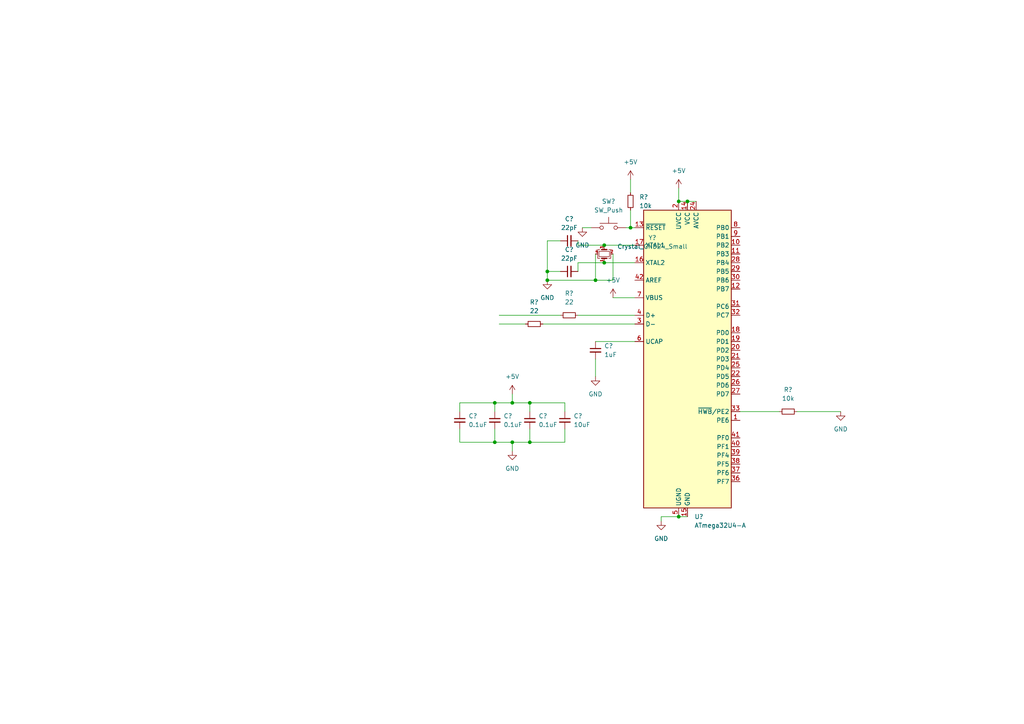
<source format=kicad_sch>
(kicad_sch (version 20211123) (generator eeschema)
  (paper "A4")
  (lib_symbols
    (symbol "Device:C_Small" (pin_numbers hide) (pin_names (offset 0.254) hide)
      (property "Reference" "C" (at 0.254 1.778 0))
      (property "Value" "C_Small" (at 0.254 -2.032 0))
      (symbol "C_Small_0_1"
        (polyline (pts (xy -1.524 -0.508) (xy 1.524 -0.508)) (stroke (width 0.3302)))
        (polyline (pts (xy -1.524 0.508) (xy 1.524 0.508)) (stroke (width 0.3048)))
      )
      (symbol "C_Small_1_1"
        (pin passive line (at 0 2.54 270) (length 2.032) (name "~") (number "1"))
        (pin passive line (at 0 -2.54 90) (length 2.032) (name "~") (number "2"))
      )
    )
    (symbol "Device:Crystal_GND24_Small" (pin_names (offset 1.016) hide)
      (property "Reference" "Y" (at 1.27 4.445 0))
      (property "Value" "Crystal_GND24_Small" (at 1.27 2.54 0))
      (symbol "Crystal_GND24_Small_0_1"
        (rectangle (start -0.762 -1.524) (end 0.762 1.524))
        (polyline (pts (xy -1.27 -0.762) (xy -1.27 0.762)) (stroke (width 0.381)))
        (polyline (pts (xy 1.27 -0.762) (xy 1.27 0.762)) (stroke (width 0.381)))
        (polyline (pts (xy -1.27 -1.27) (xy -1.27 -1.905) (xy 1.27 -1.905) (xy 1.27 -1.27)))
        (polyline (pts (xy -1.27 1.27) (xy -1.27 1.905) (xy 1.27 1.905) (xy 1.27 1.27)))
      )
      (symbol "Crystal_GND24_Small_1_1"
        (pin passive line (at -2.54 0 0) (length 1.27) (name "1") (number "1"))
        (pin passive line (at 0 -2.54 90) (length 0.635) (name "2") (number "2"))
        (pin passive line (at 2.54 0 180) (length 1.27) (name "3") (number "3"))
        (pin passive line (at 0 2.54 270) (length 0.635) (name "4") (number "4"))
      )
    )
    (symbol "Device:R_Small" (pin_numbers hide) (pin_names (offset 0.254) hide)
      (property "Reference" "R" (at 0.762 0.508 0))
      (property "Value" "R_Small" (at 0.762 -1.016 0))
      (symbol "R_Small_0_1"
        (rectangle (start -0.762 1.778) (end 0.762 -1.778) (stroke (width 0.2032)))
      )
      (symbol "R_Small_1_1"
        (pin passive line (at 0 2.54 270) (length 0.762) (name "~") (number "1"))
        (pin passive line (at 0 -2.54 90) (length 0.762) (name "~") (number "2"))
      )
    )
    (symbol "MCU_Microchip_ATmega:ATmega32U4-A"
      (property "Reference" "U" (at -12.7 44.45 0))
      (property "Value" "ATmega32U4-A" (at 2.54 -44.45 0))
      (symbol "ATmega32U4-A_0_1"
        (rectangle (start -12.7 -43.18) (end 12.7 43.18) (stroke (width 0.254)) (fill (type background)))
      )
      (symbol "ATmega32U4-A_1_1"
        (pin bidirectional line (at 15.24 -17.78 180) (length 2.54) (name "PE6") (number "1"))
        (pin bidirectional line (at 15.24 33.02 180) (length 2.54) (name "PB2") (number "10"))
        (pin bidirectional line (at 15.24 30.48 180) (length 2.54) (name "PB3") (number "11"))
        (pin bidirectional line (at 15.24 20.32 180) (length 2.54) (name "PB7") (number "12"))
        (pin input line (at -15.24 38.1 0) (length 2.54) (name "~{RESET}") (number "13"))
        (pin power_in line (at 0 45.72 270) (length 2.54) (name "VCC") (number "14"))
        (pin power_in line (at 0 -45.72 90) (length 2.54) (name "GND") (number "15"))
        (pin output line (at -15.24 27.94 0) (length 2.54) (name "XTAL2") (number "16"))
        (pin input line (at -15.24 33.02 0) (length 2.54) (name "XTAL1") (number "17"))
        (pin bidirectional line (at 15.24 7.62 180) (length 2.54) (name "PD0") (number "18"))
        (pin bidirectional line (at 15.24 5.08 180) (length 2.54) (name "PD1") (number "19"))
        (pin power_in line (at -2.54 45.72 270) (length 2.54) (name "UVCC") (number "2"))
        (pin bidirectional line (at 15.24 2.54 180) (length 2.54) (name "PD2") (number "20"))
        (pin bidirectional line (at 15.24 0 180) (length 2.54) (name "PD3") (number "21"))
        (pin bidirectional line (at 15.24 -5.08 180) (length 2.54) (name "PD5") (number "22"))
        (pin passive line (at 0 -45.72 90) (length 2.54) hide (name "GND") (number "23"))
        (pin power_in line (at 2.54 45.72 270) (length 2.54) (name "AVCC") (number "24"))
        (pin bidirectional line (at 15.24 -2.54 180) (length 2.54) (name "PD4") (number "25"))
        (pin bidirectional line (at 15.24 -7.62 180) (length 2.54) (name "PD6") (number "26"))
        (pin bidirectional line (at 15.24 -10.16 180) (length 2.54) (name "PD7") (number "27"))
        (pin bidirectional line (at 15.24 27.94 180) (length 2.54) (name "PB4") (number "28"))
        (pin bidirectional line (at 15.24 25.4 180) (length 2.54) (name "PB5") (number "29"))
        (pin bidirectional line (at -15.24 10.16 0) (length 2.54) (name "D-") (number "3"))
        (pin bidirectional line (at 15.24 22.86 180) (length 2.54) (name "PB6") (number "30"))
        (pin bidirectional line (at 15.24 15.24 180) (length 2.54) (name "PC6") (number "31"))
        (pin bidirectional line (at 15.24 12.7 180) (length 2.54) (name "PC7") (number "32"))
        (pin bidirectional line (at 15.24 -15.24 180) (length 2.54) (name "~{HWB}/PE2") (number "33"))
        (pin passive line (at 0 45.72 270) (length 2.54) hide (name "VCC") (number "34"))
        (pin passive line (at 0 -45.72 90) (length 2.54) hide (name "GND") (number "35"))
        (pin bidirectional line (at 15.24 -35.56 180) (length 2.54) (name "PF7") (number "36"))
        (pin bidirectional line (at 15.24 -33.02 180) (length 2.54) (name "PF6") (number "37"))
        (pin bidirectional line (at 15.24 -30.48 180) (length 2.54) (name "PF5") (number "38"))
        (pin bidirectional line (at 15.24 -27.94 180) (length 2.54) (name "PF4") (number "39"))
        (pin bidirectional line (at -15.24 12.7 0) (length 2.54) (name "D+") (number "4"))
        (pin bidirectional line (at 15.24 -25.4 180) (length 2.54) (name "PF1") (number "40"))
        (pin bidirectional line (at 15.24 -22.86 180) (length 2.54) (name "PF0") (number "41"))
        (pin passive line (at -15.24 22.86 0) (length 2.54) (name "AREF") (number "42"))
        (pin passive line (at 0 -45.72 90) (length 2.54) hide (name "GND") (number "43"))
        (pin passive line (at 2.54 45.72 270) (length 2.54) hide (name "AVCC") (number "44"))
        (pin passive line (at -2.54 -45.72 90) (length 2.54) (name "UGND") (number "5"))
        (pin passive line (at -15.24 5.08 0) (length 2.54) (name "UCAP") (number "6"))
        (pin input line (at -15.24 17.78 0) (length 2.54) (name "VBUS") (number "7"))
        (pin bidirectional line (at 15.24 38.1 180) (length 2.54) (name "PB0") (number "8"))
        (pin bidirectional line (at 15.24 35.56 180) (length 2.54) (name "PB1") (number "9"))
      )
    )
    (symbol "Switch:SW_Push" (pin_numbers hide) (pin_names (offset 1.016) hide)
      (property "Reference" "SW" (at 1.27 2.54 0))
      (property "Value" "SW_Push" (at 0 -1.524 0))
      (symbol "SW_Push_0_1"
        (circle (center -2.032 0) (radius 0.508))
        (polyline (pts (xy 0 1.27) (xy 0 3.048)))
        (polyline (pts (xy 2.54 1.27) (xy -2.54 1.27)))
        (circle (center 2.032 0) (radius 0.508))
        (pin passive line (at -5.08 0 0) (length 2.54) (name "1") (number "1"))
        (pin passive line (at 5.08 0 180) (length 2.54) (name "2") (number "2"))
      )
    )
    (symbol "power:+5V" (power) (pin_names (offset 0))
      (property "Value" "+5V" (at 0 3.556 0))
      (symbol "+5V_0_1"
        (polyline (pts (xy -0.762 1.27) (xy 0 2.54)))
        (polyline (pts (xy 0 0) (xy 0 2.54)))
        (polyline (pts (xy 0 2.54) (xy 0.762 1.27)))
      )
      (symbol "+5V_1_1"
        (pin power_in line (at 0 0 90) (length 0) hide (name "+5V") (number "1"))
      )
    )
    (symbol "power:GND" (power) (pin_names (offset 0))
      (property "Value" "GND" (at 0 -3.81 0))
      (symbol "GND_0_1"
        (polyline (pts (xy 0 0) (xy 0 -1.27) (xy 1.27 -1.27) (xy 0 -2.54) (xy -1.27 -1.27) (xy 0 -1.27)))
      )
      (symbol "GND_1_1"
        (pin power_in line (at 0 0 270) (length 0) hide (name "GND") (number "1"))
      )
    )
  )
  (junction (at 148.59 116.84))
  (junction (at 158.75 81.28))
  (junction (at 172.72 81.28))
  (junction (at 175.26 71.12))
  (junction (at 158.75 78.74))
  (junction (at 196.85 149.86))
  (junction (at 143.51 128.27))
  (junction (at 148.59 128.27))
  (junction (at 175.26 76.2))
  (junction (at 143.51 116.84))
  (junction (at 153.67 128.27))
  (junction (at 182.88 66.04))
  (junction (at 153.67 116.84))
  (junction (at 196.85 58.42))
  (junction (at 199.39 58.42))
  (wire (pts (xy 182.88 52.07) (xy 182.88 55.88)))
  (wire (pts (xy 153.67 128.27) (xy 163.83 128.27)))
  (wire (pts (xy 144.78 91.44) (xy 162.56 91.44)))
  (wire (pts (xy 143.51 119.38) (xy 143.51 116.84)))
  (wire (pts (xy 163.83 119.38) (xy 163.83 116.84)))
  (wire (pts (xy 199.39 58.42) (xy 201.93 58.42)))
  (wire (pts (xy 231.14 119.38) (xy 243.84 119.38)))
  (wire (pts (xy 214.63 119.38) (xy 226.06 119.38)))
  (wire (pts (xy 191.77 149.86) (xy 191.77 151.13)))
  (wire (pts (xy 148.59 116.84) (xy 153.67 116.84)))
  (wire (pts (xy 167.64 71.12) (xy 175.26 71.12)))
  (wire (pts (xy 196.85 149.86) (xy 199.39 149.86)))
  (wire (pts (xy 177.8 86.36) (xy 184.15 86.36)))
  (wire (pts (xy 196.85 58.42) (xy 199.39 58.42)))
  (wire (pts (xy 172.72 81.28) (xy 177.8 81.28)))
  (wire (pts (xy 167.64 91.44) (xy 184.15 91.44)))
  (wire (pts (xy 167.64 69.85) (xy 167.64 71.12)))
  (wire (pts (xy 133.35 128.27) (xy 143.51 128.27)))
  (wire (pts (xy 172.72 104.14) (xy 172.72 109.22)))
  (wire (pts (xy 175.26 71.12) (xy 184.15 71.12)))
  (wire (pts (xy 182.88 60.96) (xy 182.88 66.04)))
  (wire (pts (xy 148.59 128.27) (xy 153.67 128.27)))
  (wire (pts (xy 153.67 124.46) (xy 153.67 128.27)))
  (wire (pts (xy 163.83 124.46) (xy 163.83 128.27)))
  (wire (pts (xy 148.59 128.27) (xy 148.59 130.81)))
  (wire (pts (xy 181.61 66.04) (xy 182.88 66.04)))
  (wire (pts (xy 133.35 116.84) (xy 143.51 116.84)))
  (wire (pts (xy 172.72 99.06) (xy 184.15 99.06)))
  (wire (pts (xy 158.75 69.85) (xy 158.75 78.74)))
  (wire (pts (xy 182.88 66.04) (xy 184.15 66.04)))
  (wire (pts (xy 143.51 124.46) (xy 143.51 128.27)))
  (wire (pts (xy 196.85 149.86) (xy 191.77 149.86)))
  (wire (pts (xy 158.75 81.28) (xy 172.72 81.28)))
  (wire (pts (xy 148.59 114.3) (xy 148.59 116.84)))
  (wire (pts (xy 133.35 124.46) (xy 133.35 128.27)))
  (wire (pts (xy 157.48 93.98) (xy 184.15 93.98)))
  (wire (pts (xy 162.56 69.85) (xy 158.75 69.85)))
  (wire (pts (xy 175.26 76.2) (xy 184.15 76.2)))
  (wire (pts (xy 196.85 54.61) (xy 196.85 58.42)))
  (wire (pts (xy 167.64 76.2) (xy 175.26 76.2)))
  (wire (pts (xy 143.51 128.27) (xy 148.59 128.27)))
  (wire (pts (xy 144.78 93.98) (xy 152.4 93.98)))
  (wire (pts (xy 153.67 119.38) (xy 153.67 116.84)))
  (wire (pts (xy 177.8 73.66) (xy 177.8 81.28)))
  (wire (pts (xy 158.75 78.74) (xy 162.56 78.74)))
  (wire (pts (xy 172.72 73.66) (xy 172.72 81.28)))
  (wire (pts (xy 153.67 116.84) (xy 163.83 116.84)))
  (wire (pts (xy 158.75 78.74) (xy 158.75 81.28)))
  (wire (pts (xy 167.64 78.74) (xy 167.64 76.2)))
  (wire (pts (xy 168.91 66.04) (xy 171.45 66.04)))
  (wire (pts (xy 133.35 119.38) (xy 133.35 116.84)))
  (wire (pts (xy 143.51 116.84) (xy 148.59 116.84)))
  (symbol (lib_id "Device:R_Small") (at 182.88 58.42 0) (unit 1)
    (property "Reference" "R?" (at 185.42 57.1499 0) (effects (justify left)))
    (property "Value" "10k" (at 185.42 59.6899 0) (effects (justify left)))
  )
  (symbol (lib_id "MCU_Microchip_ATmega:ATmega32U4-A") (at 199.39 104.14 0) (unit 1)
    (property "Reference" "U?" (at 201.4094 149.86 0) (effects (justify left)))
    (property "Value" "ATmega32U4-A" (at 201.4094 152.4 0) (effects (justify left)))
    (property "Footprint" "Package_QFP:TQFP-44_10x10mm_P0.8mm" (effects hide))
    (property "Datasheet" "http://ww1.microchip.com/downloads/en/DeviceDoc/Atmel-7766-8-bit-AVR-ATmega16U4-32U4_Datasheet.pdf" (effects hide))
  )
  (symbol (lib_id "power:+5V") (at 196.85 54.61 0) (unit 1)
    (property "Reference" "#PWR?" (effects hide))
    (property "Value" "+5V" (at 196.85 49.53 0))
  )
  (symbol (lib_id "Device:C_Small") (at 172.72 101.6 0) (unit 1)
    (property "Reference" "C?" (at 175.26 100.3362 0) (effects (justify left)))
    (property "Value" "1uF" (at 175.26 102.8762 0) (effects (justify left)))
  )
  (symbol (lib_id "power:GND") (at 168.91 66.04 0) (unit 1)
    (property "Reference" "#PWR?" (effects hide))
    (property "Value" "GND" (at 168.91 71.12 0))
  )
  (symbol (lib_id "Device:C_Small") (at 133.35 121.92 0) (unit 1)
    (property "Reference" "C?" (at 135.89 120.6562 0) (effects (justify left)))
    (property "Value" "0.1uF" (at 135.89 123.1962 0) (effects (justify left)))
  )
  (symbol (lib_id "power:GND") (at 148.59 130.81 0) (unit 1)
    (property "Reference" "#PWR?" (effects hide))
    (property "Value" "GND" (at 148.59 135.89 0))
  )
  (symbol (lib_id "power:+5V") (at 148.59 114.3 0) (unit 1)
    (property "Reference" "#PWR?" (effects hide))
    (property "Value" "+5V" (at 148.59 109.22 0))
  )
  (symbol (lib_id "power:GND") (at 158.75 81.28 0) (unit 1)
    (property "Reference" "#PWR?" (effects hide))
    (property "Value" "GND" (at 158.75 86.36 0))
  )
  (symbol (lib_id "power:GND") (at 172.72 109.22 0) (unit 1)
    (property "Reference" "#PWR?" (effects hide))
    (property "Value" "GND" (at 172.72 114.3 0))
  )
  (symbol (lib_id "Device:C_Small") (at 165.1 69.85 90) (unit 1)
    (property "Reference" "C?" (at 165.1063 63.5 90))
    (property "Value" "22pF" (at 165.1063 66.04 90))
  )
  (symbol (lib_id "Device:R_Small") (at 154.94 93.98 90) (unit 1)
    (property "Reference" "R?" (at 154.94 87.63 90))
    (property "Value" "22" (at 154.94 90.17 90))
  )
  (symbol (lib_id "Device:C_Small") (at 143.51 121.92 0) (unit 1)
    (property "Reference" "C?" (at 146.05 120.6562 0) (effects (justify left)))
    (property "Value" "0.1uF" (at 146.05 123.1962 0) (effects (justify left)))
  )
  (symbol (lib_id "power:+5V") (at 182.88 52.07 0) (unit 1)
    (property "Reference" "#PWR?" (effects hide))
    (property "Value" "+5V" (at 182.88 46.99 0))
  )
  (symbol (lib_id "power:GND") (at 243.84 119.38 0) (unit 1)
    (property "Reference" "#PWR?" (effects hide))
    (property "Value" "GND" (at 243.84 124.46 0))
  )
  (symbol (lib_id "power:+5V") (at 177.8 86.36 0) (unit 1)
    (property "Reference" "#PWR?" (effects hide))
    (property "Value" "+5V" (at 177.8 81.28 0))
  )
  (symbol (lib_id "power:GND") (at 191.77 151.13 0) (unit 1)
    (property "Reference" "#PWR?" (effects hide))
    (property "Value" "GND" (at 191.77 156.21 0))
  )
  (symbol (lib_id "Device:R_Small") (at 228.6 119.38 90) (unit 1)
    (property "Reference" "R?" (at 228.6 113.03 90))
    (property "Value" "10k" (at 228.6 115.57 90))
  )
  (symbol (lib_id "Switch:SW_Push") (at 176.53 66.04 0) (unit 1)
    (property "Reference" "SW?" (at 176.53 58.42 0))
    (property "Value" "SW_Push" (at 176.53 60.96 0))
  )
  (symbol (lib_id "Device:C_Small") (at 165.1 78.74 90) (unit 1)
    (property "Reference" "C?" (at 165.1063 72.39 90))
    (property "Value" "22pF" (at 165.1063 74.93 90))
  )
  (symbol (lib_id "Device:C_Small") (at 163.83 121.92 0) (unit 1)
    (property "Reference" "C?" (at 166.37 120.6562 0) (effects (justify left)))
    (property "Value" "10uF" (at 166.37 123.1962 0) (effects (justify left)))
  )
  (symbol (lib_id "Device:Crystal_GND24_Small") (at 175.26 73.66 90) (unit 1)
    (property "Reference" "Y?" (at 189.23 68.961 90))
    (property "Value" "Crystal_GND24_Small" (at 189.23 71.501 90))
  )
  (symbol (lib_id "Device:C_Small") (at 153.67 121.92 0) (unit 1)
    (property "Reference" "C?" (at 156.21 120.6562 0) (effects (justify left)))
    (property "Value" "0.1uF" (at 156.21 123.1962 0) (effects (justify left)))
  )
  (symbol (lib_id "Device:R_Small") (at 165.1 91.44 90) (unit 1)
    (property "Reference" "R?" (at 165.1 85.09 90))
    (property "Value" "22" (at 165.1 87.63 90))
  )
)
</source>
